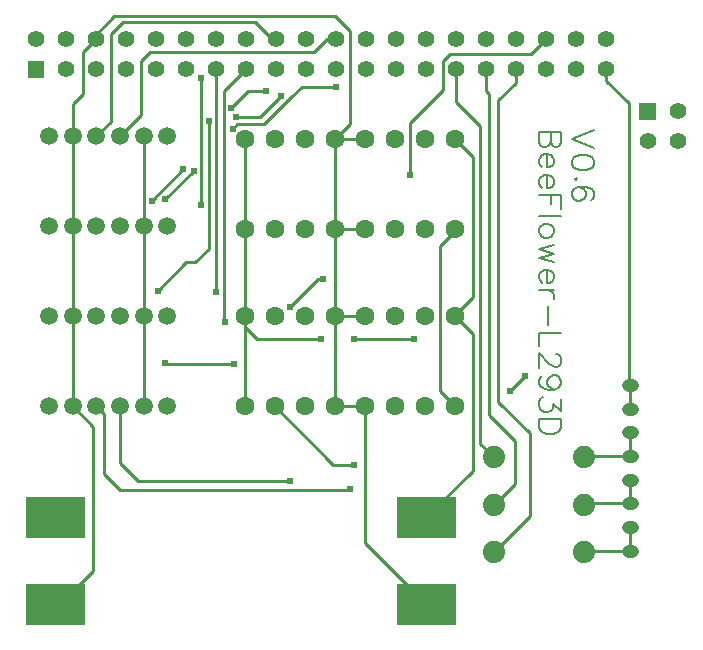
<source format=gtl>
G04 Layer: TopLayer*
G04 EasyEDA v6.4.31, 2022-02-22 11:53:35*
G04 0e17b504a1c74eaf9c4f321eb8a460b9,d16b5419f4934f6baf9a23abf8230603,10*
G04 Gerber Generator version 0.2*
G04 Scale: 100 percent, Rotated: No, Reflected: No *
G04 Dimensions in millimeters *
G04 leading zeros omitted , absolute positions ,4 integer and 5 decimal *
%FSLAX45Y45*%
%MOMM*%

%ADD10C,0.2540*%
%ADD11C,0.2032*%
%ADD12C,0.6010*%
%ADD13C,0.6096*%
%ADD14C,1.4148*%
%ADD16C,1.5000*%
%ADD17C,1.8796*%
%ADD18C,1.6000*%
%ADD20C,1.1000*%

%LPD*%
D11*
X6262877Y7505700D02*
G01*
X6069075Y7431786D01*
X6262877Y7357871D02*
G01*
X6069075Y7431786D01*
X6262877Y7241539D02*
G01*
X6253734Y7269226D01*
X6226047Y7287768D01*
X6179820Y7296912D01*
X6152134Y7296912D01*
X6105906Y7287768D01*
X6078220Y7269226D01*
X6069075Y7241539D01*
X6069075Y7222997D01*
X6078220Y7195312D01*
X6105906Y7176770D01*
X6152134Y7167626D01*
X6179820Y7167626D01*
X6226047Y7176770D01*
X6253734Y7195312D01*
X6262877Y7222997D01*
X6262877Y7241539D01*
X6115050Y7097521D02*
G01*
X6105906Y7106665D01*
X6096761Y7097521D01*
X6105906Y7088123D01*
X6115050Y7097521D01*
X6235191Y6916420D02*
G01*
X6253734Y6925563D01*
X6262877Y6953250D01*
X6262877Y6971792D01*
X6253734Y6999478D01*
X6226047Y7018020D01*
X6179820Y7027163D01*
X6133591Y7027163D01*
X6096761Y7018020D01*
X6078220Y6999478D01*
X6069075Y6971792D01*
X6069075Y6962647D01*
X6078220Y6934962D01*
X6096761Y6916420D01*
X6124447Y6907276D01*
X6133591Y6907276D01*
X6161277Y6916420D01*
X6179820Y6934962D01*
X6188963Y6962647D01*
X6188963Y6971792D01*
X6179820Y6999478D01*
X6161277Y7018020D01*
X6133591Y7027163D01*
X5983477Y7493000D02*
G01*
X5789675Y7493000D01*
X5983477Y7493000D02*
G01*
X5983477Y7409942D01*
X5974334Y7382255D01*
X5965190Y7372858D01*
X5946647Y7363713D01*
X5928106Y7363713D01*
X5909563Y7372858D01*
X5900420Y7382255D01*
X5891275Y7409942D01*
X5891275Y7493000D02*
G01*
X5891275Y7409942D01*
X5881877Y7382255D01*
X5872734Y7372858D01*
X5854191Y7363713D01*
X5826506Y7363713D01*
X5807963Y7372858D01*
X5798820Y7382255D01*
X5789675Y7409942D01*
X5789675Y7493000D01*
X5863590Y7302754D02*
G01*
X5863590Y7192010D01*
X5881877Y7192010D01*
X5900420Y7201154D01*
X5909563Y7210297D01*
X5918961Y7228839D01*
X5918961Y7256526D01*
X5909563Y7275068D01*
X5891275Y7293610D01*
X5863590Y7302754D01*
X5845047Y7302754D01*
X5817361Y7293610D01*
X5798820Y7275068D01*
X5789675Y7256526D01*
X5789675Y7228839D01*
X5798820Y7210297D01*
X5817361Y7192010D01*
X5863590Y7131050D02*
G01*
X5863590Y7020052D01*
X5881877Y7020052D01*
X5900420Y7029450D01*
X5909563Y7038594D01*
X5918961Y7057136D01*
X5918961Y7084821D01*
X5909563Y7103110D01*
X5891275Y7121652D01*
X5863590Y7131050D01*
X5845047Y7131050D01*
X5817361Y7121652D01*
X5798820Y7103110D01*
X5789675Y7084821D01*
X5789675Y7057136D01*
X5798820Y7038594D01*
X5817361Y7020052D01*
X5983477Y6959092D02*
G01*
X5789675Y6959092D01*
X5983477Y6959092D02*
G01*
X5983477Y6838950D01*
X5891275Y6959092D02*
G01*
X5891275Y6885178D01*
X5983477Y6777989D02*
G01*
X5789675Y6777989D01*
X5918961Y6671055D02*
G01*
X5909563Y6689344D01*
X5891275Y6707886D01*
X5863590Y6717029D01*
X5845047Y6717029D01*
X5817361Y6707886D01*
X5798820Y6689344D01*
X5789675Y6671055D01*
X5789675Y6643370D01*
X5798820Y6624828D01*
X5817361Y6606286D01*
X5845047Y6597142D01*
X5863590Y6597142D01*
X5891275Y6606286D01*
X5909563Y6624828D01*
X5918961Y6643370D01*
X5918961Y6671055D01*
X5918961Y6536181D02*
G01*
X5789675Y6499097D01*
X5918961Y6462268D02*
G01*
X5789675Y6499097D01*
X5918961Y6462268D02*
G01*
X5789675Y6425184D01*
X5918961Y6388354D02*
G01*
X5789675Y6425184D01*
X5863590Y6327394D02*
G01*
X5863590Y6216650D01*
X5881877Y6216650D01*
X5900420Y6225794D01*
X5909563Y6234937D01*
X5918961Y6253479D01*
X5918961Y6281165D01*
X5909563Y6299707D01*
X5891275Y6318250D01*
X5863590Y6327394D01*
X5845047Y6327394D01*
X5817361Y6318250D01*
X5798820Y6299707D01*
X5789675Y6281165D01*
X5789675Y6253479D01*
X5798820Y6234937D01*
X5817361Y6216650D01*
X5918961Y6155689D02*
G01*
X5789675Y6155689D01*
X5863590Y6155689D02*
G01*
X5891275Y6146292D01*
X5909563Y6127750D01*
X5918961Y6109462D01*
X5918961Y6081776D01*
X5872734Y6020815D02*
G01*
X5872734Y5854445D01*
X5983477Y5793486D02*
G01*
X5789675Y5793486D01*
X5789675Y5793486D02*
G01*
X5789675Y5682742D01*
X5937250Y5612384D02*
G01*
X5946647Y5612384D01*
X5965190Y5603239D01*
X5974334Y5594095D01*
X5983477Y5575554D01*
X5983477Y5538470D01*
X5974334Y5520181D01*
X5965190Y5510784D01*
X5946647Y5501639D01*
X5928106Y5501639D01*
X5909563Y5510784D01*
X5881877Y5529326D01*
X5789675Y5621781D01*
X5789675Y5492495D01*
X5918961Y5311394D02*
G01*
X5891275Y5320537D01*
X5872734Y5339079D01*
X5863590Y5366765D01*
X5863590Y5375910D01*
X5872734Y5403850D01*
X5891275Y5422137D01*
X5918961Y5431536D01*
X5928106Y5431536D01*
X5955791Y5422137D01*
X5974334Y5403850D01*
X5983477Y5375910D01*
X5983477Y5366765D01*
X5974334Y5339079D01*
X5955791Y5320537D01*
X5918961Y5311394D01*
X5872734Y5311394D01*
X5826506Y5320537D01*
X5798820Y5339079D01*
X5789675Y5366765D01*
X5789675Y5385307D01*
X5798820Y5412994D01*
X5817361Y5422137D01*
X5983477Y5231892D02*
G01*
X5983477Y5130292D01*
X5909563Y5185663D01*
X5909563Y5157978D01*
X5900420Y5139689D01*
X5891275Y5130292D01*
X5863590Y5121147D01*
X5845047Y5121147D01*
X5817361Y5130292D01*
X5798820Y5148834D01*
X5789675Y5176520D01*
X5789675Y5204205D01*
X5798820Y5231892D01*
X5807963Y5241289D01*
X5826506Y5250434D01*
X5983477Y5060187D02*
G01*
X5789675Y5060187D01*
X5983477Y5060187D02*
G01*
X5983477Y4995418D01*
X5974334Y4967731D01*
X5955791Y4949189D01*
X5937250Y4940045D01*
X5909563Y4930902D01*
X5863590Y4930902D01*
X5835650Y4940045D01*
X5817361Y4949189D01*
X5798820Y4967731D01*
X5789675Y4995418D01*
X5789675Y5060187D01*
D10*
X1846326Y7454900D02*
G01*
X1846326Y6692900D01*
X1846326Y6692900D02*
G01*
X1846326Y5930900D01*
X1846326Y5930900D02*
G01*
X1846326Y5168900D01*
X4064000Y7429500D02*
G01*
X4318000Y7429500D01*
X4064000Y5930900D02*
G01*
X4318000Y5930900D01*
X4064000Y5168900D02*
G01*
X4318000Y5168900D01*
X4064000Y6667500D02*
G01*
X4318000Y6667500D01*
X4064000Y6667500D02*
G01*
X4064000Y5930900D01*
X4064000Y5930900D02*
G01*
X4064000Y5168900D01*
X4318000Y5168900D02*
G01*
X4318000Y4013200D01*
X4838700Y3492500D01*
X4064000Y7429500D02*
G01*
X4064000Y6667500D01*
X2043023Y8277860D02*
G01*
X1930400Y8165236D01*
X1930400Y7810500D01*
X1846326Y7726426D01*
X1846326Y7454900D01*
X5080000Y7429500D02*
G01*
X5232400Y7277100D01*
X5232400Y6096000D01*
X5080000Y5943600D01*
X5080000Y5930900D01*
X3302000Y7429500D02*
G01*
X3302000Y6667500D01*
X3302000Y5930900D02*
G01*
X3302000Y5168900D01*
X3302000Y6667500D02*
G01*
X3302000Y5930900D01*
X1846326Y5168900D02*
G01*
X2019300Y4995926D01*
X2019300Y3771900D01*
X1739900Y3492500D01*
X1701800Y3492500D01*
X4838700Y4229100D02*
G01*
X5232400Y4622800D01*
X5232400Y5778500D01*
X5080000Y5930900D01*
X6172200Y3937000D02*
G01*
X6183401Y3948201D01*
X6565900Y3948201D01*
X6565900Y3948201D02*
G01*
X6565900Y4148201D01*
X6172200Y4337050D02*
G01*
X6183350Y4348200D01*
X6565900Y4348200D01*
X6565900Y4348200D02*
G01*
X6565900Y4548200D01*
X6172200Y4737100D02*
G01*
X6183299Y4748199D01*
X6565900Y4748199D01*
X6565900Y4748199D02*
G01*
X6565900Y4948199D01*
X6565900Y5148198D02*
G01*
X6565900Y5348198D01*
X6565900Y5348198D02*
G01*
X6553200Y5360898D01*
X6553200Y7734300D01*
X6361023Y7926476D01*
X6361023Y8023860D01*
X5410200Y4737100D02*
G01*
X5295900Y4851400D01*
X5295900Y7543800D01*
X5091023Y7748676D01*
X5091023Y8023860D01*
X5410200Y4337050D02*
G01*
X5588000Y4514850D01*
X5588000Y4876800D01*
X5372100Y5092700D01*
X5372100Y7810500D01*
X5345023Y7837576D01*
X5345023Y8023860D01*
X5410200Y3937000D02*
G01*
X5715000Y4241800D01*
X5715000Y4940300D01*
X5448300Y5207000D01*
X5448300Y7759700D01*
X5599023Y7910423D01*
X5599023Y8023860D01*
X2446274Y7454900D02*
G01*
X2446274Y6692900D01*
X2446274Y6692900D02*
G01*
X2446274Y5930900D01*
X2446274Y5930900D02*
G01*
X2446274Y5168900D01*
X2046224Y7454900D02*
G01*
X2171700Y7580376D01*
X2171700Y8318500D01*
X2273300Y8420100D01*
X3390900Y8420100D01*
X3533140Y8277860D01*
X3566922Y8277860D01*
X4064000Y7429500D02*
G01*
X4191000Y7556500D01*
X4191000Y8343900D01*
X4064000Y8470900D01*
X2197100Y8470900D01*
X2042922Y8316721D01*
X2042922Y8277860D01*
X2246375Y7454900D02*
G01*
X2425700Y7634223D01*
X2425700Y8089900D01*
X2501900Y8166100D01*
X3886200Y8166100D01*
X3997959Y8277860D01*
X4075023Y8277860D01*
X2246373Y5168900D02*
G01*
X2247900Y5167373D01*
X2247900Y4686300D01*
X2400300Y4533900D01*
X3683000Y4533900D01*
X2046224Y5168900D02*
G01*
X2108200Y5106923D01*
X2108200Y4597400D01*
X2247900Y4457700D01*
X4191000Y4457700D01*
X4191000Y4470400D01*
X5549900Y5295900D02*
G01*
X5676900Y5422900D01*
X3059023Y8023860D02*
G01*
X3060700Y8022183D01*
X3060700Y6134100D01*
X5080000Y5168900D02*
G01*
X4953000Y5295900D01*
X4953000Y6527800D01*
X5080000Y6654800D01*
X5080000Y6667500D01*
X4737100Y5740400D02*
G01*
X4229100Y5740400D01*
X3949700Y5740400D02*
G01*
X3403600Y5740400D01*
X3302000Y5842000D01*
X3302000Y5930900D01*
X3609444Y7795155D02*
G01*
X3431644Y7617355D01*
X3228444Y7617355D01*
X2933700Y7943850D02*
G01*
X2933700Y6864350D01*
X2781300Y7175500D02*
G01*
X2514600Y6908800D01*
X2628900Y6921500D02*
G01*
X2870200Y7162800D01*
X3200400Y7518400D02*
G01*
X3238500Y7556500D01*
X3327400Y7556500D01*
X3467100Y7556500D01*
X3695700Y7785100D01*
X3784600Y7874000D01*
X4076700Y7874000D01*
X3556000Y5168900D02*
G01*
X4051300Y4673600D01*
X4229100Y4673600D01*
X2628900Y5537200D02*
G01*
X2641600Y5524500D01*
X3213100Y5524500D01*
X3683000Y6007100D02*
G01*
X3924300Y6248400D01*
X3962400Y6248400D01*
X4699000Y7124700D02*
G01*
X4699000Y7569200D01*
X4978400Y7848600D01*
X4978400Y8089900D01*
X5041900Y8153400D01*
X5728461Y8153400D01*
X5852922Y8277860D01*
X2565400Y6146800D02*
G01*
X2806700Y6388100D01*
X2882900Y6388100D01*
X2997200Y6502400D01*
X2997200Y7543800D01*
X2997200Y7581900D01*
X3187700Y7696200D02*
G01*
X3327400Y7835900D01*
X3479800Y7835900D01*
X3312922Y8023860D02*
G01*
X3124200Y7835137D01*
X3124200Y5880100D01*
X3136900Y5880100D01*
D14*
G01*
X6974357Y7412405D03*
G36*
X1464287Y8094598D02*
G01*
X1605765Y8094598D01*
X1605765Y7953120D01*
X1464287Y7953120D01*
G37*
G01*
X1789023Y8023860D03*
G01*
X2043023Y8023860D03*
G01*
X2297023Y8023860D03*
G01*
X2551023Y8023860D03*
G01*
X2805023Y8023860D03*
G01*
X1535023Y8277860D03*
G01*
X1789023Y8277860D03*
G01*
X2043023Y8277860D03*
G01*
X2297023Y8277860D03*
G01*
X2551023Y8277860D03*
G01*
X2805023Y8277860D03*
G01*
X3059023Y8023860D03*
G01*
X3059023Y8277860D03*
G01*
X3313023Y8023860D03*
G01*
X3567023Y8023860D03*
G01*
X3821023Y8023860D03*
G01*
X4075023Y8023860D03*
G01*
X4329023Y8023860D03*
G01*
X4583023Y8023860D03*
G01*
X3313023Y8277860D03*
G01*
X3567023Y8277860D03*
G01*
X3821023Y8277860D03*
G01*
X4075023Y8277860D03*
G01*
X4329023Y8277860D03*
G01*
X4583023Y8277860D03*
G01*
X4837023Y8023860D03*
G01*
X4837023Y8277860D03*
G01*
X5091023Y8023860D03*
G01*
X5345023Y8023860D03*
G01*
X5599023Y8023860D03*
G01*
X5853023Y8023860D03*
G01*
X6107023Y8023860D03*
G01*
X6361023Y8023860D03*
G01*
X5091023Y8277860D03*
G01*
X5345023Y8277860D03*
G01*
X5599023Y8277860D03*
G01*
X5853023Y8277860D03*
G01*
X6107023Y8277860D03*
G01*
X6361023Y8277860D03*
G36*
X6639608Y7737139D02*
G01*
X6781086Y7737139D01*
X6781086Y7595661D01*
X6639608Y7595661D01*
G37*
G01*
X6974357Y7666405D03*
G01*
X6720357Y7412405D03*
D16*
G01*
X1646301Y7454900D03*
G01*
X1846326Y7454900D03*
G01*
X2046224Y7454900D03*
G01*
X2246375Y7454900D03*
G01*
X2446274Y7454900D03*
G01*
X2646425Y7454900D03*
G01*
X1646301Y6692900D03*
G01*
X1846326Y6692900D03*
G01*
X2046224Y6692900D03*
G01*
X2246375Y6692900D03*
G01*
X2446274Y6692900D03*
G01*
X2646425Y6692900D03*
G01*
X1646301Y5930900D03*
G01*
X1846326Y5930900D03*
G01*
X2046224Y5930900D03*
G01*
X2246375Y5930900D03*
G01*
X2446274Y5930900D03*
G01*
X2646425Y5930900D03*
G01*
X1646301Y5168900D03*
G01*
X1846326Y5168900D03*
G01*
X2046224Y5168900D03*
G01*
X2246375Y5168900D03*
G01*
X2446274Y5168900D03*
G01*
X2646425Y5168900D03*
D17*
G01*
X6172200Y4737100D03*
G01*
X5410200Y4737100D03*
G01*
X6172200Y4337050D03*
G01*
X5410200Y4337050D03*
G01*
X6172200Y3937000D03*
G01*
X5410200Y3937000D03*
D18*
G01*
X3302000Y6667500D03*
G01*
X3556000Y6667500D03*
G01*
X3810000Y6667500D03*
G01*
X4064000Y6667500D03*
G01*
X4318000Y6667500D03*
G01*
X4572000Y6667500D03*
G01*
X4826000Y6667500D03*
G01*
X5080000Y6667500D03*
G01*
X5080000Y7429500D03*
G01*
X4826000Y7429500D03*
G01*
X4572000Y7429500D03*
G01*
X4318000Y7429500D03*
G01*
X4064000Y7429500D03*
G01*
X3810000Y7429500D03*
G01*
X3556000Y7429500D03*
G01*
X3302000Y7429500D03*
G01*
X3302000Y5168900D03*
G01*
X3556000Y5168900D03*
G01*
X3810000Y5168900D03*
G01*
X4064000Y5168900D03*
G01*
X4318000Y5168900D03*
G01*
X4572000Y5168900D03*
G01*
X4826000Y5168900D03*
G01*
X5080000Y5168900D03*
G01*
X5080000Y5930900D03*
G01*
X4826000Y5930900D03*
G01*
X4572000Y5930900D03*
G01*
X4318000Y5930900D03*
G01*
X4064000Y5930900D03*
G01*
X3810000Y5930900D03*
G01*
X3556000Y5930900D03*
G01*
X3302000Y5930900D03*
G36*
X1451863Y4404105D02*
G01*
X1951736Y4404105D01*
X1951736Y4054094D01*
X1451863Y4054094D01*
G37*
G36*
X1451863Y3667505D02*
G01*
X1951736Y3667505D01*
X1951736Y3317494D01*
X1451863Y3317494D01*
G37*
G36*
X4588763Y3667505D02*
G01*
X5088636Y3667505D01*
X5088636Y3317494D01*
X4588763Y3317494D01*
G37*
G36*
X4588763Y4404105D02*
G01*
X5088636Y4404105D01*
X5088636Y4054094D01*
X4588763Y4054094D01*
G37*
D12*
G01*
X4191000Y4470400D03*
D13*
G01*
X3683000Y4533900D03*
G01*
X5549900Y5295900D03*
G01*
X5676900Y5422900D03*
G01*
X2933700Y7950200D03*
G01*
X2933700Y6870700D03*
G01*
X3060700Y6134100D03*
G01*
X3136900Y5880100D03*
G01*
X4737100Y5740400D03*
G01*
X4229100Y5740400D03*
G01*
X3949700Y5740400D03*
G01*
X3606800Y7797800D03*
G01*
X3225800Y7620000D03*
G01*
X2781300Y7175500D03*
G01*
X2514600Y6908800D03*
G01*
X2628900Y6921500D03*
G01*
X2870200Y7162800D03*
G01*
X3200400Y7518400D03*
G01*
X4076700Y7874000D03*
G01*
X4229100Y4673600D03*
G01*
X2628900Y5537200D03*
G01*
X3213100Y5524500D03*
G01*
X3683000Y6007100D03*
G01*
X3962400Y6248400D03*
G01*
X4699000Y7124700D03*
G01*
X2565400Y6146800D03*
G01*
X2997200Y7581900D03*
G01*
X3187700Y7696200D03*
G01*
X3479800Y7835900D03*
D20*
X6550901Y5348198D02*
G01*
X6580901Y5348198D01*
X6550901Y5148198D02*
G01*
X6580901Y5148198D01*
X6550901Y4948199D02*
G01*
X6580901Y4948199D01*
X6550901Y4748199D02*
G01*
X6580901Y4748199D01*
X6550901Y4548200D02*
G01*
X6580901Y4548200D01*
X6550901Y4348200D02*
G01*
X6580901Y4348200D01*
X6550901Y4148201D02*
G01*
X6580901Y4148201D01*
X6550901Y3948201D02*
G01*
X6580901Y3948201D01*
M02*

</source>
